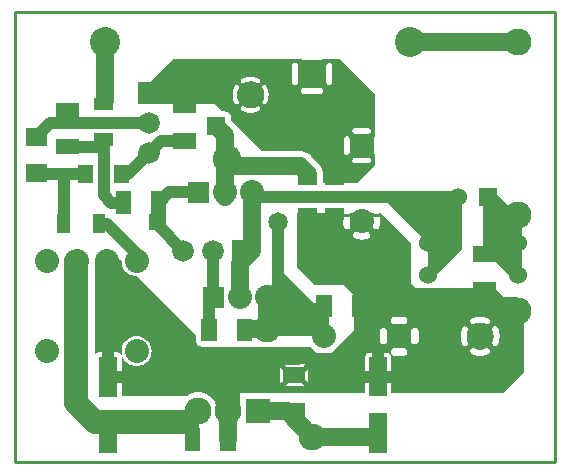
<source format=gbl>
G04 start of page 7 for group 5 idx 5 *
G04 Title: (unknown), bottom *
G04 Creator: pcb-gtk 20140316 *
G04 CreationDate: Tue 27 Oct 2015 07:07:31 AM GMT UTC *
G04 For: janik *
G04 Format: Gerber/RS-274X *
G04 PCB-Dimensions (mm): 45.72 38.10 *
G04 PCB-Coordinate-Origin: lower left *
%MOMM*%
%FSLAX43Y43*%
%LNGBL*%
%ADD125C,0.762*%
%ADD124C,1.194*%
%ADD123C,1.397*%
%ADD122C,0.889*%
%ADD121C,0.711*%
%ADD120C,1.067*%
%ADD119C,0.965*%
%ADD118C,1.270*%
%ADD117C,1.143*%
%ADD116C,2.540*%
%ADD115R,1.562X1.562*%
%ADD114R,1.524X1.524*%
%ADD113R,1.270X1.270*%
%ADD112R,1.300X1.300*%
%ADD111R,1.046X1.046*%
%ADD110C,1.651*%
%ADD109C,2.413*%
%ADD108C,2.286*%
%ADD107C,1.829*%
%ADD106C,0.406*%
%ADD105C,2.032*%
%ADD104C,1.016*%
%ADD103C,1.524*%
%ADD102C,0.254*%
%ADD101C,0.002*%
G54D101*G36*
X34925Y15875D02*Y22479D01*
X37846D01*
Y18034D01*
X35687Y15875D01*
X34925D01*
G37*
G36*
Y21971D02*Y18542D01*
X31496Y21971D01*
X34925D01*
G37*
G36*
X37465Y14732D02*X40640D01*
X41402Y13970D01*
X38227D01*
X37465Y14732D01*
G37*
G36*
X39624Y22733D02*X40767D01*
X42926Y20574D01*
Y15875D01*
X41783D01*
X39624Y18034D01*
Y22733D01*
G37*
G36*
X0Y38100D01*
G37*
G36*
X28702Y14986D02*Y14097D01*
X27813Y14986D01*
X28702D01*
G37*
G36*
X42545Y13970D02*X43053Y13462D01*
Y7620D01*
X41275Y5842D01*
X40705D01*
Y9849D01*
X40735Y9858D01*
X40771Y9875D01*
X40804Y9898D01*
X40833Y9925D01*
X40858Y9957D01*
X40876Y9992D01*
X40935Y10135D01*
X40978Y10284D01*
X41007Y10436D01*
X41021Y10591D01*
Y10745D01*
X41007Y10900D01*
X40978Y11052D01*
X40935Y11201D01*
X40878Y11345D01*
X40859Y11380D01*
X40834Y11412D01*
X40805Y11439D01*
X40772Y11462D01*
X40736Y11479D01*
X40705Y11488D01*
Y13970D01*
X42545D01*
G37*
G36*
X40705Y5842D02*X39371D01*
Y9017D01*
X39447D01*
X39602Y9031D01*
X39754Y9060D01*
X39903Y9103D01*
X40047Y9160D01*
X40082Y9179D01*
X40114Y9204D01*
X40141Y9233D01*
X40164Y9266D01*
X40181Y9302D01*
X40192Y9341D01*
X40198Y9381D01*
X40196Y9421D01*
X40189Y9460D01*
X40175Y9498D01*
X40156Y9533D01*
X40132Y9565D01*
X40102Y9593D01*
X40069Y9616D01*
X40033Y9633D01*
X39994Y9644D01*
X39955Y9649D01*
X39914Y9648D01*
X39875Y9641D01*
X39837Y9626D01*
X39738Y9586D01*
X39635Y9556D01*
X39530Y9536D01*
X39424Y9526D01*
X39371D01*
Y11810D01*
X39424D01*
X39530Y11800D01*
X39635Y11780D01*
X39738Y11750D01*
X39838Y11711D01*
X39875Y11697D01*
X39915Y11689D01*
X39954Y11688D01*
X39994Y11693D01*
X40033Y11704D01*
X40069Y11722D01*
X40102Y11744D01*
X40131Y11772D01*
X40155Y11803D01*
X40174Y11838D01*
X40188Y11876D01*
X40195Y11915D01*
X40196Y11955D01*
X40191Y11995D01*
X40180Y12033D01*
X40163Y12069D01*
X40140Y12102D01*
X40113Y12131D01*
X40081Y12156D01*
X40046Y12174D01*
X39903Y12233D01*
X39754Y12276D01*
X39602Y12305D01*
X39447Y12319D01*
X39371D01*
Y13970D01*
X40705D01*
Y11488D01*
X40697Y11490D01*
X40657Y11496D01*
X40617Y11494D01*
X40578Y11487D01*
X40540Y11473D01*
X40505Y11454D01*
X40473Y11430D01*
X40445Y11400D01*
X40422Y11367D01*
X40405Y11331D01*
X40394Y11292D01*
X40389Y11253D01*
X40390Y11212D01*
X40397Y11173D01*
X40412Y11135D01*
X40452Y11036D01*
X40482Y10933D01*
X40502Y10828D01*
X40512Y10722D01*
Y10614D01*
X40502Y10508D01*
X40482Y10403D01*
X40452Y10300D01*
X40413Y10200D01*
X40399Y10163D01*
X40391Y10123D01*
X40390Y10084D01*
X40395Y10044D01*
X40406Y10005D01*
X40424Y9969D01*
X40446Y9936D01*
X40474Y9907D01*
X40505Y9883D01*
X40540Y9864D01*
X40578Y9850D01*
X40617Y9843D01*
X40657Y9842D01*
X40697Y9847D01*
X40705Y9849D01*
Y5842D01*
G37*
G36*
X39371D02*X38035D01*
Y9848D01*
X38043Y9846D01*
X38083Y9840D01*
X38123Y9842D01*
X38162Y9849D01*
X38200Y9863D01*
X38235Y9882D01*
X38267Y9906D01*
X38295Y9936D01*
X38318Y9969D01*
X38335Y10005D01*
X38346Y10044D01*
X38351Y10083D01*
X38350Y10124D01*
X38343Y10163D01*
X38328Y10201D01*
X38288Y10300D01*
X38258Y10403D01*
X38238Y10508D01*
X38228Y10614D01*
Y10722D01*
X38238Y10828D01*
X38258Y10933D01*
X38288Y11036D01*
X38327Y11136D01*
X38341Y11173D01*
X38349Y11213D01*
X38350Y11252D01*
X38345Y11292D01*
X38334Y11331D01*
X38316Y11367D01*
X38294Y11400D01*
X38266Y11429D01*
X38235Y11453D01*
X38200Y11472D01*
X38162Y11486D01*
X38123Y11493D01*
X38083Y11494D01*
X38043Y11489D01*
X38035Y11487D01*
Y14162D01*
X38227Y13970D01*
X39371D01*
Y12319D01*
X39293D01*
X39138Y12305D01*
X38986Y12276D01*
X38837Y12233D01*
X38693Y12176D01*
X38658Y12157D01*
X38626Y12132D01*
X38599Y12103D01*
X38576Y12070D01*
X38559Y12034D01*
X38548Y11995D01*
X38542Y11955D01*
X38544Y11915D01*
X38551Y11876D01*
X38565Y11838D01*
X38584Y11803D01*
X38608Y11771D01*
X38638Y11743D01*
X38671Y11720D01*
X38707Y11703D01*
X38746Y11692D01*
X38785Y11687D01*
X38826Y11688D01*
X38865Y11695D01*
X38903Y11710D01*
X39002Y11750D01*
X39105Y11780D01*
X39210Y11800D01*
X39316Y11810D01*
X39371D01*
Y9526D01*
X39316D01*
X39210Y9536D01*
X39105Y9556D01*
X39002Y9586D01*
X38902Y9625D01*
X38865Y9639D01*
X38825Y9647D01*
X38786Y9648D01*
X38746Y9643D01*
X38707Y9632D01*
X38671Y9614D01*
X38638Y9592D01*
X38609Y9564D01*
X38585Y9533D01*
X38566Y9498D01*
X38552Y9460D01*
X38545Y9421D01*
X38544Y9381D01*
X38549Y9341D01*
X38560Y9303D01*
X38577Y9267D01*
X38600Y9234D01*
X38627Y9205D01*
X38659Y9180D01*
X38694Y9162D01*
X38837Y9103D01*
X38986Y9060D01*
X39138Y9031D01*
X39293Y9017D01*
X39371D01*
Y5842D01*
G37*
G36*
X38035D02*X33846D01*
Y9969D01*
X33895Y9972D01*
X33944Y9984D01*
X33990Y10003D01*
X34033Y10029D01*
X34071Y10062D01*
X34103Y10100D01*
X34129Y10142D01*
X34148Y10189D01*
X34160Y10237D01*
X34163Y10287D01*
Y11049D01*
X34160Y11099D01*
X34148Y11147D01*
X34129Y11194D01*
X34103Y11236D01*
X34071Y11274D01*
X34033Y11307D01*
X33990Y11333D01*
X33944Y11352D01*
X33895Y11364D01*
X33846Y11367D01*
Y14796D01*
X33909Y14732D01*
X37465D01*
X38035Y14162D01*
Y11487D01*
X38005Y11478D01*
X37969Y11461D01*
X37936Y11438D01*
X37907Y11411D01*
X37882Y11379D01*
X37864Y11344D01*
X37805Y11201D01*
X37762Y11052D01*
X37733Y10900D01*
X37719Y10745D01*
Y10591D01*
X37733Y10436D01*
X37762Y10284D01*
X37805Y10135D01*
X37862Y9991D01*
X37881Y9956D01*
X37906Y9924D01*
X37935Y9897D01*
X37968Y9874D01*
X38004Y9857D01*
X38035Y9848D01*
Y5842D01*
G37*
G36*
X33846D02*X32512D01*
Y9017D01*
X32893D01*
X32943Y9020D01*
X32991Y9032D01*
X33038Y9051D01*
X33080Y9077D01*
X33118Y9109D01*
X33151Y9147D01*
X33177Y9190D01*
X33196Y9236D01*
X33208Y9285D01*
X33211Y9334D01*
X33208Y9384D01*
X33196Y9433D01*
X33177Y9479D01*
X33151Y9522D01*
X33118Y9560D01*
X33080Y9592D01*
X33038Y9618D01*
X32991Y9637D01*
X32943Y9649D01*
X32893Y9652D01*
X32512D01*
Y11684D01*
X32893D01*
X32943Y11687D01*
X32991Y11699D01*
X33038Y11718D01*
X33080Y11744D01*
X33118Y11776D01*
X33151Y11814D01*
X33177Y11857D01*
X33196Y11903D01*
X33208Y11952D01*
X33211Y12002D01*
X33208Y12051D01*
X33196Y12100D01*
X33177Y12146D01*
X33151Y12189D01*
X33118Y12227D01*
X33080Y12259D01*
X33038Y12285D01*
X32991Y12304D01*
X32943Y12316D01*
X32893Y12319D01*
X32512D01*
Y19557D01*
X33528Y18542D01*
Y15113D01*
X33846Y14796D01*
Y11367D01*
X33796Y11364D01*
X33747Y11352D01*
X33701Y11333D01*
X33658Y11307D01*
X33620Y11274D01*
X33588Y11236D01*
X33562Y11194D01*
X33543Y11147D01*
X33531Y11099D01*
X33528Y11049D01*
Y10287D01*
X33531Y10237D01*
X33543Y10189D01*
X33562Y10142D01*
X33588Y10100D01*
X33620Y10062D01*
X33658Y10029D01*
X33701Y10003D01*
X33747Y9984D01*
X33796Y9972D01*
X33846Y9969D01*
Y5842D01*
G37*
G36*
X32512D02*X31819D01*
X31817Y8981D01*
X31806Y9028D01*
X31787Y9072D01*
X31762Y9113D01*
X31731Y9149D01*
X31695Y9180D01*
X31654Y9206D01*
X31609Y9224D01*
X31563Y9235D01*
X31515Y9238D01*
X31178Y9237D01*
Y9969D01*
X31228Y9972D01*
X31277Y9984D01*
X31323Y10003D01*
X31366Y10029D01*
X31404Y10062D01*
X31436Y10100D01*
X31462Y10142D01*
X31481Y10189D01*
X31493Y10237D01*
X31496Y10287D01*
Y11049D01*
X31493Y11099D01*
X31481Y11147D01*
X31462Y11194D01*
X31436Y11236D01*
X31404Y11274D01*
X31366Y11307D01*
X31323Y11333D01*
X31277Y11352D01*
X31228Y11364D01*
X31178Y11367D01*
Y20890D01*
X32512Y19557D01*
Y12319D01*
X32131D01*
X32081Y12316D01*
X32033Y12304D01*
X31986Y12285D01*
X31944Y12259D01*
X31906Y12227D01*
X31873Y12189D01*
X31847Y12146D01*
X31828Y12100D01*
X31816Y12051D01*
X31813Y12002D01*
X31816Y11952D01*
X31828Y11903D01*
X31847Y11857D01*
X31873Y11814D01*
X31906Y11776D01*
X31944Y11744D01*
X31986Y11718D01*
X32033Y11699D01*
X32081Y11687D01*
X32131Y11684D01*
X32512D01*
Y9652D01*
X32131D01*
X32081Y9649D01*
X32033Y9637D01*
X31986Y9618D01*
X31944Y9592D01*
X31906Y9560D01*
X31873Y9522D01*
X31847Y9479D01*
X31828Y9433D01*
X31816Y9384D01*
X31813Y9334D01*
X31816Y9285D01*
X31828Y9236D01*
X31847Y9190D01*
X31873Y9147D01*
X31906Y9109D01*
X31944Y9077D01*
X31986Y9051D01*
X32033Y9032D01*
X32081Y9020D01*
X32131Y9017D01*
X32512D01*
Y5842D01*
G37*
G36*
X31178Y9237D02*X29905Y9235D01*
X29859Y9224D01*
X29814Y9206D01*
X29773Y9180D01*
X29737Y9149D01*
X29706Y9113D01*
X29681Y9072D01*
X29662Y9028D01*
X29651Y8981D01*
X29648Y8933D01*
X29651Y5842D01*
X29338D01*
Y18847D01*
X29415D01*
X29569Y18862D01*
X29721Y18892D01*
X29869Y18936D01*
X29912Y18954D01*
X29950Y18980D01*
X29985Y19010D01*
X30014Y19046D01*
X30037Y19086D01*
X30054Y19129D01*
X30063Y19174D01*
X30066Y19221D01*
X30061Y19266D01*
X30049Y19311D01*
X30031Y19353D01*
X30005Y19392D01*
X29975Y19426D01*
X29939Y19455D01*
X29899Y19479D01*
X29856Y19495D01*
X29811Y19505D01*
X29765Y19507D01*
X29719Y19503D01*
X29674Y19490D01*
X29580Y19461D01*
X29484Y19442D01*
X29386Y19432D01*
X29338D01*
Y21082D01*
X30356Y21082D01*
X30329Y21049D01*
X30305Y21009D01*
X30289Y20966D01*
X30279Y20921D01*
X30277Y20875D01*
X30281Y20829D01*
X30294Y20784D01*
X30323Y20690D01*
X30342Y20594D01*
X30352Y20496D01*
Y20398D01*
X30342Y20300D01*
X30323Y20204D01*
X30295Y20109D01*
X30283Y20065D01*
X30278Y20019D01*
X30280Y19974D01*
X30290Y19929D01*
X30306Y19886D01*
X30330Y19846D01*
X30359Y19810D01*
X30393Y19780D01*
X30431Y19755D01*
X30473Y19736D01*
X30518Y19724D01*
X30564Y19719D01*
X30609Y19722D01*
X30654Y19731D01*
X30697Y19748D01*
X30737Y19771D01*
X30773Y19800D01*
X30803Y19834D01*
X30828Y19873D01*
X30846Y19915D01*
X30892Y20063D01*
X30922Y20215D01*
X30937Y20369D01*
Y20525D01*
X30922Y20679D01*
X30892Y20831D01*
X30848Y20979D01*
X30830Y21022D01*
X30804Y21060D01*
X30785Y21082D01*
X30986Y21082D01*
X31178Y20890D01*
Y11367D01*
X31129Y11364D01*
X31080Y11352D01*
X31034Y11333D01*
X30991Y11307D01*
X30953Y11274D01*
X30921Y11236D01*
X30895Y11194D01*
X30876Y11147D01*
X30864Y11099D01*
X30861Y11049D01*
Y10287D01*
X30864Y10237D01*
X30876Y10189D01*
X30895Y10142D01*
X30921Y10100D01*
X30953Y10062D01*
X30991Y10029D01*
X31034Y10003D01*
X31080Y9984D01*
X31129Y9972D01*
X31178Y9969D01*
Y9237D01*
G37*
G36*
X29338Y5842D02*X23622D01*
Y6463D01*
X24612Y6464D01*
X24651Y6474D01*
X24688Y6489D01*
X24722Y6510D01*
X24752Y6536D01*
X24778Y6566D01*
X24799Y6600D01*
X24814Y6637D01*
X24824Y6676D01*
X24826Y6716D01*
X24824Y8056D01*
X24814Y8095D01*
X24799Y8132D01*
X24778Y8166D01*
X24752Y8196D01*
X24722Y8222D01*
X24688Y8243D01*
X24651Y8258D01*
X24612Y8268D01*
X24572Y8270D01*
X23622Y8269D01*
Y9779D01*
X25019D01*
X25527Y9271D01*
X26797D01*
X28702Y11176D01*
Y14986D01*
X25400D01*
X23876Y16510D01*
Y21082D01*
X27891Y21082D01*
X27871Y21060D01*
X27846Y21021D01*
X27828Y20979D01*
X27782Y20831D01*
X27752Y20679D01*
X27737Y20525D01*
Y20369D01*
X27752Y20215D01*
X27782Y20063D01*
X27826Y19915D01*
X27844Y19872D01*
X27870Y19834D01*
X27900Y19799D01*
X27936Y19770D01*
X27976Y19747D01*
X28019Y19730D01*
X28064Y19721D01*
X28111Y19718D01*
X28156Y19723D01*
X28201Y19735D01*
X28243Y19753D01*
X28282Y19779D01*
X28316Y19809D01*
X28345Y19845D01*
X28369Y19885D01*
X28385Y19928D01*
X28395Y19973D01*
X28397Y20019D01*
X28393Y20065D01*
X28380Y20110D01*
X28351Y20204D01*
X28332Y20300D01*
X28322Y20398D01*
Y20496D01*
X28332Y20594D01*
X28351Y20690D01*
X28379Y20785D01*
X28391Y20829D01*
X28396Y20875D01*
X28394Y20920D01*
X28384Y20965D01*
X28368Y21008D01*
X28344Y21048D01*
X28317Y21082D01*
X29338Y21082D01*
Y19432D01*
X29288D01*
X29190Y19442D01*
X29094Y19461D01*
X28999Y19489D01*
X28955Y19501D01*
X28909Y19506D01*
X28864Y19504D01*
X28819Y19494D01*
X28776Y19478D01*
X28736Y19454D01*
X28700Y19425D01*
X28670Y19391D01*
X28645Y19353D01*
X28626Y19311D01*
X28614Y19266D01*
X28609Y19220D01*
X28612Y19175D01*
X28621Y19130D01*
X28638Y19087D01*
X28661Y19047D01*
X28690Y19011D01*
X28724Y18981D01*
X28763Y18956D01*
X28805Y18938D01*
X28953Y18892D01*
X29105Y18862D01*
X29259Y18847D01*
X29338D01*
Y5842D01*
G37*
G36*
X23622D02*X19050D01*
Y4191D01*
X17112D01*
X17120Y4318D01*
X17105Y4573D01*
X17045Y4822D01*
X16947Y5058D01*
X16813Y5276D01*
X16647Y5471D01*
X16452Y5637D01*
X16234Y5771D01*
X15998Y5869D01*
X15749Y5929D01*
X15494Y5949D01*
X15239Y5929D01*
X14990Y5869D01*
X14754Y5771D01*
X14536Y5637D01*
X14478Y5588D01*
X10285D01*
Y8124D01*
X10287Y8124D01*
X10486Y8140D01*
X10681Y8186D01*
X10865Y8263D01*
X11036Y8367D01*
X11188Y8497D01*
X11318Y8649D01*
X11422Y8820D01*
X11499Y9004D01*
X11545Y9199D01*
X11557Y9398D01*
X11545Y9597D01*
X11499Y9792D01*
X11422Y9976D01*
X11318Y10147D01*
X11188Y10299D01*
X11036Y10429D01*
X10865Y10533D01*
X10681Y10610D01*
X10486Y10656D01*
X10287Y10672D01*
X10285Y10672D01*
Y15744D01*
X10287Y15744D01*
X10291Y15744D01*
X15354Y10681D01*
X15355Y10159D01*
X15371Y10093D01*
X15397Y10030D01*
X15432Y9972D01*
X15476Y9921D01*
X15528Y9877D01*
X15585Y9842D01*
X15648Y9816D01*
X15714Y9800D01*
X15748Y9798D01*
Y9779D01*
X23622D01*
Y8269D01*
X22632Y8268D01*
X22593Y8258D01*
X22556Y8243D01*
X22522Y8222D01*
X22492Y8196D01*
X22466Y8166D01*
X22445Y8132D01*
X22430Y8095D01*
X22420Y8056D01*
X22418Y8016D01*
X22420Y6676D01*
X22430Y6637D01*
X22445Y6600D01*
X22466Y6566D01*
X22492Y6536D01*
X22522Y6510D01*
X22556Y6489D01*
X22593Y6474D01*
X22632Y6464D01*
X22672Y6462D01*
X23622Y6463D01*
Y5842D01*
G37*
G36*
X10285Y5588D02*X9036D01*
X9032Y8980D01*
X9018Y9038D01*
X8995Y9093D01*
X8964Y9145D01*
X8925Y9190D01*
X8880Y9229D01*
X8828Y9261D01*
X8773Y9283D01*
X8715Y9297D01*
X8655Y9301D01*
X7033Y9297D01*
X6975Y9283D01*
X6920Y9261D01*
X6868Y9229D01*
X6823Y9190D01*
X6784Y9145D01*
X6753Y9093D01*
X6734Y9048D01*
Y17018D01*
X6726Y17145D01*
X8890D01*
X9013Y17022D01*
X9013Y17018D01*
X9029Y16819D01*
X9075Y16624D01*
X9152Y16440D01*
X9256Y16269D01*
X9386Y16117D01*
X9538Y15987D01*
X9709Y15883D01*
X9893Y15806D01*
X10088Y15760D01*
X10285Y15744D01*
Y10672D01*
X10088Y10656D01*
X9893Y10610D01*
X9709Y10533D01*
X9538Y10429D01*
X9386Y10299D01*
X9256Y10147D01*
X9152Y9976D01*
X9075Y9792D01*
X9029Y9597D01*
X9013Y9398D01*
X9029Y9199D01*
X9075Y9004D01*
X9152Y8820D01*
X9256Y8649D01*
X9386Y8497D01*
X9538Y8367D01*
X9709Y8263D01*
X9893Y8186D01*
X10088Y8140D01*
X10285Y8124D01*
Y5588D01*
G37*
G36*
X26162Y10668D02*X21336D01*
Y13970D01*
X22733Y15367D01*
Y16002D01*
X25273Y13462D01*
X26543D01*
Y10668D01*
X26162D01*
G37*
G36*
X16764Y34163D02*X16891Y30353D01*
X11303D01*
Y32131D01*
X13335Y34163D01*
X16764D01*
G37*
G36*
X29337Y32258D02*X30480Y31115D01*
Y27561D01*
X30477Y27560D01*
X30447Y27541D01*
X30419Y27518D01*
X30396Y27491D01*
X30377Y27460D01*
X30364Y27427D01*
X30355Y27392D01*
X30353Y27356D01*
Y26238D01*
X30355Y26202D01*
X30364Y26167D01*
X30377Y26134D01*
X30396Y26103D01*
X30419Y26076D01*
X30447Y26053D01*
X30477Y26034D01*
X30480Y26033D01*
Y25146D01*
X29337Y24003D01*
Y25324D01*
X29896D01*
X29932Y25326D01*
X29967Y25334D01*
X30000Y25348D01*
X30031Y25367D01*
X30058Y25390D01*
X30081Y25418D01*
X30100Y25448D01*
X30114Y25482D01*
X30122Y25517D01*
X30125Y25552D01*
X30122Y25588D01*
X30114Y25623D01*
X30100Y25657D01*
X30081Y25687D01*
X30058Y25715D01*
X30031Y25738D01*
X30000Y25757D01*
X29967Y25770D01*
X29932Y25779D01*
X29896Y25781D01*
X29337D01*
Y27813D01*
X29896D01*
X29932Y27815D01*
X29967Y27824D01*
X30000Y27837D01*
X30031Y27856D01*
X30058Y27879D01*
X30081Y27907D01*
X30100Y27937D01*
X30114Y27971D01*
X30122Y28006D01*
X30125Y28042D01*
X30122Y28077D01*
X30114Y28112D01*
X30100Y28146D01*
X30081Y28176D01*
X30058Y28204D01*
X30031Y28227D01*
X30000Y28246D01*
X29967Y28260D01*
X29932Y28268D01*
X29896Y28270D01*
X29337D01*
Y32258D01*
G37*
G36*
X28956Y23622D02*X28092D01*
Y26009D01*
X28128Y26012D01*
X28163Y26020D01*
X28197Y26034D01*
X28227Y26053D01*
X28255Y26076D01*
X28278Y26103D01*
X28297Y26134D01*
X28310Y26167D01*
X28319Y26202D01*
X28321Y26238D01*
Y27356D01*
X28319Y27392D01*
X28310Y27427D01*
X28297Y27460D01*
X28278Y27491D01*
X28255Y27518D01*
X28227Y27541D01*
X28197Y27560D01*
X28163Y27574D01*
X28128Y27582D01*
X28092Y27585D01*
Y33503D01*
X29337Y32258D01*
Y28270D01*
X28778D01*
X28742Y28268D01*
X28707Y28260D01*
X28674Y28246D01*
X28643Y28227D01*
X28616Y28204D01*
X28593Y28176D01*
X28574Y28146D01*
X28560Y28112D01*
X28552Y28077D01*
X28549Y28042D01*
X28552Y28006D01*
X28560Y27971D01*
X28574Y27937D01*
X28593Y27907D01*
X28616Y27879D01*
X28643Y27856D01*
X28674Y27837D01*
X28707Y27824D01*
X28742Y27815D01*
X28778Y27813D01*
X29337D01*
Y25781D01*
X28778D01*
X28742Y25779D01*
X28707Y25770D01*
X28674Y25757D01*
X28643Y25738D01*
X28616Y25715D01*
X28593Y25687D01*
X28574Y25657D01*
X28560Y25623D01*
X28552Y25588D01*
X28549Y25552D01*
X28552Y25517D01*
X28560Y25482D01*
X28574Y25448D01*
X28593Y25418D01*
X28616Y25390D01*
X28643Y25367D01*
X28674Y25348D01*
X28707Y25334D01*
X28742Y25326D01*
X28778Y25324D01*
X29337D01*
Y24003D01*
X28956Y23622D01*
G37*
G36*
X28092D02*X26609D01*
Y31921D01*
X26649Y31924D01*
X26688Y31933D01*
X26725Y31948D01*
X26759Y31969D01*
X26789Y31995D01*
X26815Y32026D01*
X26836Y32060D01*
X26851Y32097D01*
X26861Y32136D01*
X26863Y32175D01*
Y33572D01*
X26861Y33612D01*
X26851Y33651D01*
X26836Y33688D01*
X26815Y33722D01*
X26789Y33753D01*
X26759Y33779D01*
X26725Y33799D01*
X26688Y33815D01*
X26649Y33824D01*
X26609Y33827D01*
Y34163D01*
X27432D01*
X28092Y33503D01*
Y27585D01*
X28057Y27582D01*
X28022Y27574D01*
X27988Y27560D01*
X27958Y27541D01*
X27930Y27518D01*
X27907Y27491D01*
X27888Y27460D01*
X27874Y27427D01*
X27866Y27392D01*
X27864Y27356D01*
Y26238D01*
X27866Y26202D01*
X27874Y26167D01*
X27888Y26134D01*
X27907Y26103D01*
X27930Y26076D01*
X27958Y26053D01*
X27988Y26034D01*
X28022Y26020D01*
X28057Y26012D01*
X28092Y26009D01*
Y23622D01*
G37*
G36*
X26609D02*X26045D01*
X26043Y24157D01*
X26048Y24181D01*
X26064Y24384D01*
X26048Y24587D01*
X26001Y24786D01*
X25923Y24974D01*
X25816Y25148D01*
X25681Y25300D01*
X25149Y25832D01*
Y31159D01*
X25847D01*
X25887Y31162D01*
X25926Y31171D01*
X25963Y31186D01*
X25997Y31207D01*
X26027Y31233D01*
X26053Y31264D01*
X26074Y31298D01*
X26089Y31335D01*
X26099Y31374D01*
X26102Y31413D01*
X26099Y31453D01*
X26089Y31492D01*
X26074Y31529D01*
X26053Y31563D01*
X26027Y31594D01*
X25997Y31620D01*
X25963Y31640D01*
X25926Y31656D01*
X25887Y31665D01*
X25847Y31667D01*
X25149D01*
Y34080D01*
X25847D01*
X25887Y34083D01*
X25926Y34092D01*
X25963Y34107D01*
X25997Y34128D01*
X26027Y34154D01*
X26035Y34163D01*
X26609D01*
Y33827D01*
X26569Y33824D01*
X26530Y33815D01*
X26493Y33799D01*
X26459Y33779D01*
X26429Y33753D01*
X26403Y33722D01*
X26382Y33688D01*
X26367Y33651D01*
X26357Y33612D01*
X26355Y33572D01*
Y32175D01*
X26357Y32136D01*
X26367Y32097D01*
X26382Y32060D01*
X26403Y32026D01*
X26429Y31995D01*
X26459Y31969D01*
X26493Y31948D01*
X26530Y31933D01*
X26569Y31924D01*
X26609Y31921D01*
Y23622D01*
G37*
G36*
X25149Y25832D02*X25046Y25935D01*
X25013Y25974D01*
X24858Y26106D01*
X24684Y26212D01*
X24496Y26290D01*
X24298Y26338D01*
X24298Y26338D01*
X24094Y26354D01*
X24044Y26350D01*
X23688D01*
Y31921D01*
X23728Y31924D01*
X23767Y31933D01*
X23804Y31948D01*
X23838Y31969D01*
X23868Y31995D01*
X23894Y32026D01*
X23915Y32060D01*
X23930Y32097D01*
X23940Y32136D01*
X23942Y32175D01*
Y33572D01*
X23940Y33612D01*
X23930Y33651D01*
X23915Y33688D01*
X23894Y33722D01*
X23868Y33753D01*
X23838Y33779D01*
X23804Y33799D01*
X23767Y33815D01*
X23728Y33824D01*
X23688Y33827D01*
Y34163D01*
X24262D01*
X24270Y34154D01*
X24300Y34128D01*
X24334Y34107D01*
X24371Y34092D01*
X24410Y34083D01*
X24450Y34080D01*
X25149D01*
Y31667D01*
X24450D01*
X24410Y31665D01*
X24371Y31656D01*
X24334Y31640D01*
X24300Y31620D01*
X24270Y31594D01*
X24244Y31563D01*
X24223Y31529D01*
X24208Y31492D01*
X24198Y31453D01*
X24195Y31413D01*
X24198Y31374D01*
X24208Y31335D01*
X24223Y31298D01*
X24244Y31264D01*
X24270Y31233D01*
X24300Y31207D01*
X24334Y31186D01*
X24371Y31171D01*
X24410Y31162D01*
X24450Y31159D01*
X25149D01*
Y25832D01*
G37*
G36*
X23688Y26350D02*X21190D01*
Y30303D01*
X21191Y30303D01*
X21217Y30318D01*
X21241Y30337D01*
X21261Y30359D01*
X21277Y30385D01*
X21339Y30509D01*
X21388Y30638D01*
X21425Y30771D01*
X21450Y30908D01*
X21463Y31046D01*
Y31184D01*
X21450Y31322D01*
X21425Y31459D01*
X21388Y31592D01*
X21339Y31721D01*
X21278Y31846D01*
X21262Y31871D01*
X21241Y31894D01*
X21218Y31913D01*
X21192Y31928D01*
X21190Y31928D01*
Y34163D01*
X23688D01*
Y33827D01*
X23648Y33824D01*
X23609Y33815D01*
X23572Y33799D01*
X23538Y33779D01*
X23508Y33753D01*
X23482Y33722D01*
X23461Y33688D01*
X23446Y33651D01*
X23436Y33612D01*
X23434Y33572D01*
Y32175D01*
X23436Y32136D01*
X23446Y32097D01*
X23461Y32060D01*
X23482Y32026D01*
X23508Y31995D01*
X23538Y31969D01*
X23572Y31948D01*
X23609Y31933D01*
X23648Y31924D01*
X23688Y31921D01*
Y26350D01*
G37*
G36*
X21190D02*X20894D01*
X19940Y27304D01*
Y29591D01*
X20008D01*
X20146Y29604D01*
X20283Y29629D01*
X20416Y29666D01*
X20545Y29715D01*
X20670Y29776D01*
X20695Y29792D01*
X20718Y29813D01*
X20737Y29836D01*
X20752Y29862D01*
X20762Y29890D01*
X20769Y29920D01*
X20770Y29950D01*
X20767Y29980D01*
X20759Y30009D01*
X20747Y30037D01*
X20730Y30062D01*
X20710Y30084D01*
X20686Y30103D01*
X20660Y30118D01*
X20632Y30129D01*
X20603Y30135D01*
X20572Y30137D01*
X20542Y30134D01*
X20513Y30126D01*
X20486Y30113D01*
X20393Y30066D01*
X20296Y30029D01*
X20196Y30001D01*
X20094Y29983D01*
X19991Y29973D01*
X19940D01*
Y32257D01*
X19991D01*
X20094Y32247D01*
X20196Y32229D01*
X20296Y32201D01*
X20393Y32164D01*
X20487Y32118D01*
X20514Y32105D01*
X20543Y32098D01*
X20573Y32094D01*
X20602Y32096D01*
X20632Y32102D01*
X20660Y32113D01*
X20686Y32128D01*
X20709Y32147D01*
X20729Y32169D01*
X20746Y32194D01*
X20758Y32221D01*
X20766Y32250D01*
X20769Y32280D01*
X20767Y32310D01*
X20761Y32339D01*
X20751Y32367D01*
X20736Y32393D01*
X20717Y32417D01*
X20695Y32437D01*
X20669Y32453D01*
X20545Y32515D01*
X20416Y32564D01*
X20283Y32601D01*
X20146Y32626D01*
X20008Y32639D01*
X19940D01*
Y34163D01*
X21190D01*
Y31928D01*
X21164Y31938D01*
X21134Y31945D01*
X21104Y31946D01*
X21074Y31943D01*
X21045Y31935D01*
X21017Y31923D01*
X20992Y31906D01*
X20970Y31886D01*
X20951Y31862D01*
X20936Y31836D01*
X20925Y31808D01*
X20919Y31779D01*
X20917Y31748D01*
X20920Y31718D01*
X20928Y31689D01*
X20941Y31662D01*
X20988Y31569D01*
X21025Y31472D01*
X21053Y31372D01*
X21071Y31270D01*
X21081Y31167D01*
Y31063D01*
X21071Y30960D01*
X21053Y30858D01*
X21025Y30758D01*
X20988Y30661D01*
X20942Y30567D01*
X20929Y30540D01*
X20922Y30511D01*
X20918Y30481D01*
X20920Y30452D01*
X20926Y30422D01*
X20937Y30394D01*
X20952Y30368D01*
X20971Y30345D01*
X20993Y30325D01*
X21018Y30308D01*
X21045Y30296D01*
X21074Y30288D01*
X21104Y30285D01*
X21134Y30287D01*
X21163Y30293D01*
X21190Y30303D01*
Y26350D01*
G37*
G36*
X19940Y27304D02*X18688Y28556D01*
Y30302D01*
X18714Y30292D01*
X18744Y30285D01*
X18774Y30284D01*
X18804Y30287D01*
X18833Y30295D01*
X18861Y30307D01*
X18886Y30324D01*
X18908Y30344D01*
X18927Y30368D01*
X18942Y30394D01*
X18953Y30422D01*
X18959Y30451D01*
X18961Y30482D01*
X18958Y30512D01*
X18950Y30541D01*
X18937Y30568D01*
X18890Y30661D01*
X18853Y30758D01*
X18825Y30858D01*
X18807Y30960D01*
X18797Y31063D01*
Y31167D01*
X18807Y31270D01*
X18825Y31372D01*
X18853Y31472D01*
X18890Y31569D01*
X18936Y31663D01*
X18949Y31690D01*
X18956Y31719D01*
X18960Y31749D01*
X18958Y31778D01*
X18952Y31808D01*
X18941Y31836D01*
X18926Y31862D01*
X18907Y31885D01*
X18885Y31905D01*
X18860Y31922D01*
X18833Y31934D01*
X18804Y31942D01*
X18774Y31945D01*
X18744Y31943D01*
X18715Y31937D01*
X18688Y31927D01*
Y34163D01*
X19940D01*
Y32639D01*
X19870D01*
X19732Y32626D01*
X19595Y32601D01*
X19462Y32564D01*
X19333Y32515D01*
X19208Y32454D01*
X19183Y32438D01*
X19160Y32417D01*
X19141Y32394D01*
X19126Y32368D01*
X19116Y32340D01*
X19109Y32310D01*
X19108Y32280D01*
X19111Y32250D01*
X19119Y32221D01*
X19131Y32193D01*
X19148Y32168D01*
X19168Y32146D01*
X19192Y32127D01*
X19218Y32112D01*
X19246Y32101D01*
X19275Y32095D01*
X19306Y32093D01*
X19336Y32096D01*
X19365Y32104D01*
X19392Y32117D01*
X19485Y32164D01*
X19582Y32201D01*
X19682Y32229D01*
X19784Y32247D01*
X19887Y32257D01*
X19940D01*
Y29973D01*
X19887D01*
X19784Y29983D01*
X19682Y30001D01*
X19582Y30029D01*
X19485Y30066D01*
X19391Y30112D01*
X19364Y30125D01*
X19335Y30132D01*
X19305Y30136D01*
X19276Y30134D01*
X19246Y30128D01*
X19218Y30117D01*
X19192Y30102D01*
X19169Y30083D01*
X19149Y30061D01*
X19132Y30036D01*
X19120Y30009D01*
X19112Y29980D01*
X19109Y29950D01*
X19111Y29920D01*
X19117Y29891D01*
X19127Y29863D01*
X19142Y29837D01*
X19161Y29813D01*
X19183Y29793D01*
X19209Y29777D01*
X19333Y29715D01*
X19462Y29666D01*
X19595Y29629D01*
X19732Y29604D01*
X19870Y29591D01*
X19940D01*
Y27304D01*
G37*
G36*
X18688Y28556D02*X18259Y28985D01*
X18258Y29286D01*
X18240Y29360D01*
X18211Y29430D01*
X18172Y29495D01*
X18122Y29552D01*
X18065Y29602D01*
X18000Y29641D01*
X17930Y29670D01*
X17856Y29688D01*
X17780Y29693D01*
X17552Y29692D01*
X16891Y30353D01*
X16764Y34163D01*
X18688D01*
Y31927D01*
X18687Y31927D01*
X18661Y31912D01*
X18637Y31893D01*
X18617Y31871D01*
X18601Y31845D01*
X18539Y31721D01*
X18490Y31592D01*
X18453Y31459D01*
X18428Y31322D01*
X18415Y31184D01*
Y31046D01*
X18428Y30908D01*
X18453Y30771D01*
X18490Y30638D01*
X18539Y30509D01*
X18600Y30384D01*
X18616Y30359D01*
X18637Y30336D01*
X18660Y30317D01*
X18686Y30302D01*
X18688Y30302D01*
Y28556D01*
G37*
G54D102*X0Y38100D02*X45720D01*
G54D103*X33401Y35560D02*X42545D01*
G54D104*X20066Y22479D02*X37465D01*
X12319Y27178D02*X14351D01*
G54D103*X7620Y35560D02*Y30607D01*
X17018Y28448D02*X17780Y27686D01*
Y22479D01*
X17964Y25055D02*X24094D01*
X24765Y24384D01*
G54D104*X7493Y27305D02*Y22606D01*
X15494Y22860D02*X13057D01*
X4445Y26718D02*X7493D01*
G54D102*X0Y0D02*Y38100D01*
G54D104*X5969Y24384D02*X1778D01*
X4112Y20193D02*Y24384D01*
X2921Y28702D02*X1778Y27559D01*
X11303Y28702D02*X2921D01*
X12319Y27178D02*X9525Y24384D01*
X9017D02*X9525D01*
X10239Y17701D02*X7747Y20193D01*
X7112D01*
X7493Y22606D02*X8128Y21971D01*
X9144D01*
X12065Y21868D02*Y20066D01*
G54D102*X45720Y38100D02*Y0D01*
X27432Y20955D02*X30861D01*
X0Y0D02*X45720D01*
G54D105*X5159Y17018D02*Y5001D01*
X6731Y3429D01*
G54D104*X10239Y17018D02*Y17701D01*
G54D106*X24892Y8382D02*X24257Y7747D01*
X24892Y6350D02*X24257Y6985D01*
X22352Y6350D02*X22987Y6985D01*
G54D103*X15494Y4318D02*X14605Y3429D01*
G54D105*X6731D02*X14605D01*
G54D104*X15034Y1905D02*Y3429D01*
G54D103*X18034Y4318D02*Y1905D01*
G54D104*X16637Y13843D02*X16764Y13970D01*
X22225Y14859D02*X21336Y13970D01*
G54D103*X18034Y4572D02*Y6350D01*
X21336Y11303D02*X19558D01*
X25146Y2159D02*X30734D01*
X25146D02*X22987Y4318D01*
X20574D01*
G54D104*X30734Y7252D02*Y9271D01*
X29210Y7239D02*X32004D01*
G54D106*X22352Y8382D02*X22987Y7747D01*
G54D104*X7874Y7239D02*X9271D01*
X7874D02*Y9779D01*
G54D103*X19050Y16891D02*X19431Y17272D01*
X19050Y13970D02*Y16891D01*
G54D104*X16431Y11176D02*Y13970D01*
X16764Y17907D02*Y14097D01*
G54D103*X20066Y17907D02*X19304Y17145D01*
X20066Y22860D02*Y17907D01*
X21336Y11303D02*Y13970D01*
G54D104*X22225Y20320D02*Y14859D01*
X13057Y22860D02*X12065Y21868D01*
Y20066D02*X14224Y17907D01*
G54D101*G36*
X16256Y29210D02*Y27686D01*
X17780D01*
Y29210D01*
X16256D01*
G37*
G54D103*X17018Y30988D03*
G54D101*G36*
X10389Y32156D02*Y30328D01*
X12217D01*
Y32156D01*
X10389D01*
G37*
G54D107*X11303Y28702D03*
Y26162D03*
G54D108*X19939Y31115D03*
G54D101*G36*
X23942Y34080D02*Y31667D01*
X26355D01*
Y34080D01*
X23942D01*
G37*
G54D109*X17964Y25690D03*
G54D108*X42545Y12827D03*
Y20955D03*
G54D103*X34925Y18542D03*
X42545D03*
X34925Y15875D03*
X42545D03*
G54D108*Y35560D03*
G54D101*G36*
X39243Y23241D02*Y21717D01*
X40767D01*
Y23241D01*
X39243D01*
G37*
G54D103*X37465Y22479D03*
G54D101*G36*
X28321Y27813D02*Y25781D01*
X30353D01*
Y27813D01*
X28321D01*
G37*
G54D105*X29337Y20447D03*
G54D108*X39370Y10668D03*
G54D101*G36*
X31496Y11684D02*Y9652D01*
X33528D01*
Y11684D01*
X31496D01*
G37*
G36*
X19558Y5334D02*Y3302D01*
X21590D01*
Y5334D01*
X19558D01*
G37*
G54D108*X18034Y4318D03*
X15494D03*
X25146Y2159D03*
G54D105*X26162Y10668D03*
X10287Y9398D03*
X2667D03*
G54D108*X21336Y11303D03*
G54D101*G36*
X14605Y23749D02*Y21971D01*
X16383D01*
Y23749D01*
X14605D01*
G37*
G54D107*X16764Y17907D03*
X14224D03*
G54D105*X17780Y22860D03*
X20066D03*
X10287Y17018D03*
X7747D03*
X5207D03*
X2667D03*
G54D101*G36*
X15875Y14859D02*Y13081D01*
X17653D01*
Y14859D01*
X15875D01*
G37*
G54D105*X19050Y13970D03*
X21336D03*
G54D101*G36*
X18390Y18821D02*Y16993D01*
X20218D01*
Y18821D01*
X18390D01*
G37*
G36*
X11366Y21018D02*Y19622D01*
X12764D01*
Y21018D01*
X11366D01*
G37*
G54D110*X22225Y20320D03*
G54D111*X7112Y20493D02*Y19893D01*
X4112Y20493D02*Y19893D01*
G54D112*X9168Y22271D02*Y21671D01*
G54D113*X9017Y24511D02*Y24257D01*
G54D112*X12168Y22271D02*Y21671D01*
G54D111*X7193Y27305D02*X7793D01*
G54D112*X14051Y27178D02*X14651D01*
G54D111*X7193Y30305D02*X7793D01*
G54D112*X14051Y30178D02*X14651D01*
X4145Y29718D02*X4745D01*
X4145Y26718D02*X4745D01*
G54D114*X1651Y24511D02*X1905D01*
X1651Y27559D02*X1905D01*
G54D113*X5969Y24511D02*Y24257D01*
G54D112*X23322Y4366D02*X23922D01*
X23322Y7366D02*X23922D01*
G54D115*X30734Y3352D02*Y1552D01*
X7874Y3339D02*Y1539D01*
Y8139D02*Y6339D01*
G54D112*X15034Y2205D02*Y1605D01*
X16431Y11476D02*Y10876D01*
X19431Y11476D02*Y10876D01*
X18034Y2205D02*Y1605D01*
G54D111*X24465Y24003D02*X25065D01*
X24465Y21003D02*X25065D01*
X26751Y24003D02*X27351D01*
X26751Y21003D02*X27351D01*
G54D112*X39451Y17629D02*X40051D01*
X39451Y14629D02*X40051D01*
X29162Y13508D02*Y12908D01*
X26162Y13508D02*Y12908D01*
G54D115*X30734Y8152D02*Y6352D01*
G54D116*X7620Y35560D03*
X33401D03*
G54D117*G54D118*G54D119*G54D120*G54D104*G54D117*G54D104*G54D121*G54D104*G54D119*G54D122*G54D104*G54D122*G54D123*G54D118*G54D104*G54D122*G54D104*G54D124*G54D120*G54D104*G54D124*G54D120*G54D125*M02*

</source>
